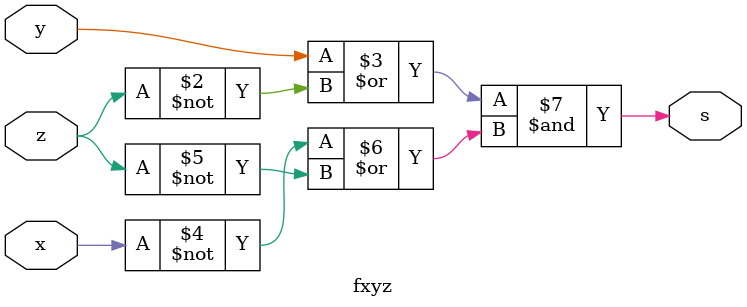
<source format=v>
/*
	Guia_0602a.v
	842536 - Mateus Henrique Medeiros Diniz
*/

module Guia_0602a;
	reg x, y, z;
	wire s;
	reg[2 : 0] m;
	
	fxyz f (s, x, y, z);
	
	initial 
	begin: main
		integer i;
		
		$display("s = (y | ~z) & (~x | ~z)");
		
		$display("m x y z | s");
		$monitor("%d %b %b %b | %b", m, x, y, z, s);
		
		m = 0;
		x = 0;
		y = 0;
		z = 0;
		
		for(i = 0; i < 7; i++) begin
			#1
			z = ~z;
			
			if((i + 1) % 2 == 0) begin
				y = ~y;
			end
			
			if((i + 1) % 4 == 0) begin
				x = ~x;
			end
			
			m++;
		end
	end
endmodule

module fxyz (output s, input x, y, z);
	assign s = (y | ~z) & (~x | ~z);
endmodule
</source>
